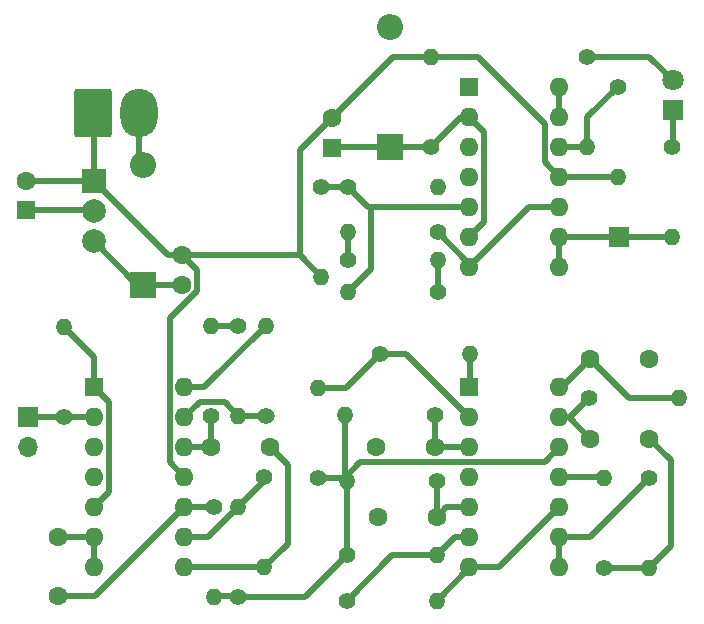
<source format=gtl>
%TF.GenerationSoftware,KiCad,Pcbnew,(6.0.4)*%
%TF.CreationDate,2022-04-22T20:46:49-07:00*%
%TF.ProjectId,beacondetector-v2,62656163-6f6e-4646-9574-6563746f722d,v2.0*%
%TF.SameCoordinates,Original*%
%TF.FileFunction,Copper,L1,Top*%
%TF.FilePolarity,Positive*%
%FSLAX46Y46*%
G04 Gerber Fmt 4.6, Leading zero omitted, Abs format (unit mm)*
G04 Created by KiCad (PCBNEW (6.0.4)) date 2022-04-22 20:46:49*
%MOMM*%
%LPD*%
G01*
G04 APERTURE LIST*
G04 Aperture macros list*
%AMRoundRect*
0 Rectangle with rounded corners*
0 $1 Rounding radius*
0 $2 $3 $4 $5 $6 $7 $8 $9 X,Y pos of 4 corners*
0 Add a 4 corners polygon primitive as box body*
4,1,4,$2,$3,$4,$5,$6,$7,$8,$9,$2,$3,0*
0 Add four circle primitives for the rounded corners*
1,1,$1+$1,$2,$3*
1,1,$1+$1,$4,$5*
1,1,$1+$1,$6,$7*
1,1,$1+$1,$8,$9*
0 Add four rect primitives between the rounded corners*
20,1,$1+$1,$2,$3,$4,$5,0*
20,1,$1+$1,$4,$5,$6,$7,0*
20,1,$1+$1,$6,$7,$8,$9,0*
20,1,$1+$1,$8,$9,$2,$3,0*%
G04 Aperture macros list end*
%TA.AperFunction,ComponentPad*%
%ADD10O,1.600000X1.600000*%
%TD*%
%TA.AperFunction,ComponentPad*%
%ADD11R,1.600000X1.600000*%
%TD*%
%TA.AperFunction,ComponentPad*%
%ADD12C,1.600000*%
%TD*%
%TA.AperFunction,ComponentPad*%
%ADD13O,1.400000X1.400000*%
%TD*%
%TA.AperFunction,ComponentPad*%
%ADD14C,1.400000*%
%TD*%
%TA.AperFunction,ComponentPad*%
%ADD15R,2.200000X2.200000*%
%TD*%
%TA.AperFunction,ComponentPad*%
%ADD16O,2.200000X2.200000*%
%TD*%
%TA.AperFunction,ComponentPad*%
%ADD17C,2.000000*%
%TD*%
%TA.AperFunction,ComponentPad*%
%ADD18R,2.000000X2.000000*%
%TD*%
%TA.AperFunction,ComponentPad*%
%ADD19R,1.700000X1.700000*%
%TD*%
%TA.AperFunction,ComponentPad*%
%ADD20O,1.700000X1.700000*%
%TD*%
%TA.AperFunction,ComponentPad*%
%ADD21C,1.800000*%
%TD*%
%TA.AperFunction,ComponentPad*%
%ADD22R,1.800000X1.800000*%
%TD*%
%TA.AperFunction,ComponentPad*%
%ADD23RoundRect,0.250000X-1.330000X-1.800000X1.330000X-1.800000X1.330000X1.800000X-1.330000X1.800000X0*%
%TD*%
%TA.AperFunction,ComponentPad*%
%ADD24O,3.160000X4.100000*%
%TD*%
%TA.AperFunction,Conductor*%
%ADD25C,0.508000*%
%TD*%
G04 APERTURE END LIST*
D10*
X163103400Y-81173400D03*
X163103400Y-83713400D03*
X163103400Y-86253400D03*
X163103400Y-88793400D03*
X163103400Y-91333400D03*
X163103400Y-93873400D03*
X163103400Y-96413400D03*
X155483400Y-96413400D03*
X155483400Y-93873400D03*
X155483400Y-91333400D03*
X155483400Y-88793400D03*
X155483400Y-86253400D03*
X155483400Y-83713400D03*
D11*
X155483400Y-81173400D03*
D12*
X170713400Y-110923400D03*
X165713400Y-110923400D03*
D13*
X166913400Y-114243400D03*
D14*
X166913400Y-121863400D03*
D13*
X152843400Y-95798400D03*
D14*
X145223400Y-95798400D03*
D15*
X127865607Y-97897010D03*
D16*
X127865607Y-87737010D03*
D17*
X123665600Y-94177000D03*
X123665600Y-91637000D03*
D18*
X123665600Y-89097000D03*
D14*
X145203400Y-89598400D03*
D13*
X152823400Y-89598400D03*
D14*
X135933400Y-124313400D03*
D13*
X135933400Y-116693400D03*
D14*
X135933400Y-101353400D03*
D13*
X135933400Y-108973400D03*
D11*
X143843400Y-86298400D03*
D12*
X143843400Y-83798400D03*
D14*
X133633400Y-108973400D03*
D13*
X133633400Y-101353400D03*
D14*
X145110200Y-120802400D03*
D13*
X152730200Y-120802400D03*
X142683400Y-106613400D03*
D14*
X142683400Y-114233400D03*
X152823400Y-93448400D03*
D13*
X145203400Y-93448400D03*
X155498800Y-103733600D03*
D14*
X147878800Y-103733600D03*
D12*
X138633400Y-111673400D03*
X133633400Y-111673400D03*
D13*
X165483400Y-86208400D03*
D14*
X165483400Y-78588400D03*
D12*
X117965600Y-89107000D03*
D11*
X117965600Y-91607000D03*
X155483400Y-106573400D03*
D10*
X155483400Y-109113400D03*
X155483400Y-111653400D03*
X155483400Y-114193400D03*
X155483400Y-116733400D03*
X155483400Y-119273400D03*
X155483400Y-121813400D03*
X163103400Y-121813400D03*
X163103400Y-119273400D03*
X163103400Y-116733400D03*
X163103400Y-114193400D03*
X163103400Y-111653400D03*
X163103400Y-109113400D03*
X163103400Y-106573400D03*
D14*
X152730200Y-114503200D03*
D13*
X145110200Y-114503200D03*
X145223400Y-98498400D03*
D14*
X152843400Y-98498400D03*
D13*
X172669200Y-93878400D03*
D14*
X172669200Y-86258400D03*
X165633400Y-107463400D03*
D13*
X173253400Y-107463400D03*
D12*
X147583400Y-111623400D03*
X152583400Y-111623400D03*
D19*
X118133393Y-109073391D03*
D20*
X118133393Y-111613391D03*
D14*
X133833400Y-116713400D03*
D13*
X133833400Y-124333400D03*
D12*
X120633400Y-124273400D03*
X120633400Y-119273400D03*
D13*
X152730200Y-124663200D03*
D14*
X145110200Y-124663200D03*
D11*
X123733400Y-106573400D03*
D10*
X123733400Y-109113400D03*
X123733400Y-111653400D03*
X123733400Y-114193400D03*
X123733400Y-116733400D03*
X123733400Y-119273400D03*
X123733400Y-121813400D03*
X131353400Y-121813400D03*
X131353400Y-119273400D03*
X131353400Y-116733400D03*
X131353400Y-114193400D03*
X131353400Y-111653400D03*
X131353400Y-109113400D03*
X131353400Y-106573400D03*
D13*
X152243400Y-78628400D03*
D14*
X152243400Y-86248400D03*
D12*
X131165600Y-95397000D03*
X131165600Y-97897000D03*
D14*
X121133400Y-109073400D03*
D13*
X121133400Y-101453400D03*
D21*
X172694600Y-80594200D03*
D22*
X172694600Y-83134200D03*
D14*
X142943400Y-89598400D03*
D13*
X142943400Y-97218400D03*
D12*
X147730200Y-117551200D03*
X152730200Y-117551200D03*
D14*
X138133400Y-114193400D03*
D13*
X138133400Y-121813400D03*
D12*
X170713400Y-104163400D03*
X165713400Y-104163400D03*
D23*
X123585600Y-83352000D03*
D24*
X127545600Y-83352000D03*
D13*
X138233400Y-101353400D03*
D14*
X138233400Y-108973400D03*
X152593400Y-108923400D03*
D13*
X144973400Y-108923400D03*
D14*
X168043400Y-81178400D03*
D13*
X168043400Y-88798400D03*
D14*
X170713400Y-114243400D03*
D13*
X170713400Y-121863400D03*
D16*
X148743400Y-76108400D03*
D15*
X148743400Y-86268400D03*
D19*
X168143400Y-93898400D03*
D25*
X152730200Y-120802400D02*
X148971000Y-120802400D01*
X148971000Y-120802400D02*
X145110200Y-124663200D01*
X155483400Y-121813400D02*
X155483400Y-121910000D01*
X155483400Y-121910000D02*
X152730200Y-124663200D01*
X170713400Y-110923400D02*
X172542200Y-112752200D01*
X172542200Y-112752200D02*
X172542200Y-120034600D01*
X172542200Y-120034600D02*
X170713400Y-121863400D01*
X155483400Y-116733400D02*
X153548000Y-116733400D01*
X153548000Y-116733400D02*
X152730200Y-117551200D01*
X152730200Y-114503200D02*
X152730200Y-117551200D01*
X145110200Y-120802400D02*
X141599200Y-124313400D01*
X141599200Y-124313400D02*
X135933400Y-124313400D01*
X145110200Y-120802400D02*
X145110200Y-114503200D01*
X155483400Y-119273400D02*
X154259200Y-119273400D01*
X154259200Y-119273400D02*
X152730200Y-120802400D01*
X147878800Y-103733600D02*
X144999000Y-106613400D01*
X144999000Y-106613400D02*
X142683400Y-106613400D01*
X147878800Y-103733600D02*
X150103600Y-103733600D01*
X150103600Y-103733600D02*
X155483400Y-109113400D01*
X155498800Y-103733600D02*
X155498800Y-106558000D01*
X155498800Y-106558000D02*
X155483400Y-106573400D01*
X172669200Y-93878400D02*
X168163400Y-93878400D01*
X168163400Y-93878400D02*
X168143400Y-93898400D01*
X172694600Y-83134200D02*
X172694600Y-86233000D01*
X172694600Y-86233000D02*
X172669200Y-86258400D01*
X165483400Y-78588400D02*
X170688800Y-78588400D01*
X170688800Y-78588400D02*
X172694600Y-80594200D01*
X131353400Y-114193400D02*
X130099889Y-112939889D01*
X130099889Y-100735444D02*
X132419111Y-98416222D01*
X130099889Y-112939889D02*
X130099889Y-100735444D01*
X132419111Y-98416222D02*
X132419111Y-96650511D01*
X132419111Y-96650511D02*
X131165600Y-95397000D01*
X152243400Y-78628400D02*
X156212689Y-78628400D01*
X156212689Y-78628400D02*
X161849889Y-84265600D01*
X161849889Y-84265600D02*
X161849889Y-87539889D01*
X161849889Y-87539889D02*
X163103400Y-88793400D01*
X131165600Y-95397000D02*
X141122000Y-95397000D01*
X141122000Y-95397000D02*
X141143400Y-95418400D01*
X163103400Y-91333400D02*
X160563400Y-91333400D01*
X160563400Y-91333400D02*
X155483400Y-96413400D01*
X163103400Y-111653400D02*
X161849889Y-112906911D01*
X161849889Y-112906911D02*
X146249889Y-112906911D01*
X146249889Y-112906911D02*
X144933400Y-114223400D01*
X144933400Y-114223400D02*
X142693400Y-114223400D01*
X142693400Y-114223400D02*
X142683400Y-114233400D01*
X152843400Y-95798400D02*
X152843400Y-98498400D01*
X155483400Y-96413400D02*
X155483400Y-96108400D01*
X155483400Y-96108400D02*
X152823400Y-93448400D01*
X142943400Y-89598400D02*
X145203400Y-89598400D01*
X143843400Y-83798400D02*
X141143400Y-86498400D01*
X141143400Y-86498400D02*
X141143400Y-95418400D01*
X141143400Y-95418400D02*
X142943400Y-97218400D01*
X145203400Y-93448400D02*
X145203400Y-95778400D01*
X145203400Y-95778400D02*
X145223400Y-95798400D01*
X147178400Y-91333400D02*
X146938400Y-91333400D01*
X155483400Y-91333400D02*
X147178400Y-91333400D01*
X147178400Y-91333400D02*
X147178400Y-96543400D01*
X147178400Y-96543400D02*
X145223400Y-98498400D01*
X146938400Y-91333400D02*
X145203400Y-89598400D01*
X155483400Y-83713400D02*
X156736911Y-84966911D01*
X156736911Y-84966911D02*
X156736911Y-92619889D01*
X156736911Y-92619889D02*
X155483400Y-93873400D01*
X120633400Y-124273400D02*
X123813400Y-124273400D01*
X123813400Y-124273400D02*
X131353400Y-116733400D01*
X131353400Y-109113400D02*
X132646911Y-107819889D01*
X132646911Y-107819889D02*
X134779889Y-107819889D01*
X134779889Y-107819889D02*
X135933400Y-108973400D01*
X138133400Y-114193400D02*
X138133400Y-114493400D01*
X138133400Y-114493400D02*
X135933400Y-116693400D01*
X131353400Y-119273400D02*
X133353400Y-119273400D01*
X133353400Y-119273400D02*
X135933400Y-116693400D01*
X133833400Y-116713400D02*
X131373400Y-116713400D01*
X131373400Y-116713400D02*
X131353400Y-116733400D01*
X131353400Y-106573400D02*
X133013400Y-106573400D01*
X133013400Y-106573400D02*
X138233400Y-101353400D01*
X135933400Y-101353400D02*
X133633400Y-101353400D01*
X135933400Y-108973400D02*
X138793400Y-108973400D01*
X133633400Y-108973400D02*
X133633400Y-111673400D01*
X131353400Y-111653400D02*
X133613400Y-111653400D01*
X133613400Y-111653400D02*
X133633400Y-111673400D01*
X138633400Y-111673400D02*
X140133400Y-113173400D01*
X140133400Y-113173400D02*
X140133400Y-119813400D01*
X140133400Y-119813400D02*
X138133400Y-121813400D01*
X131353400Y-121813400D02*
X138133400Y-121813400D01*
X135933400Y-124273400D02*
X133853400Y-124273400D01*
X133853400Y-124273400D02*
X133833400Y-124293400D01*
X155483400Y-121813400D02*
X158023400Y-121813400D01*
X158023400Y-121813400D02*
X163103400Y-116733400D01*
X144973400Y-108923400D02*
X144973400Y-114183400D01*
X144973400Y-114183400D02*
X144933400Y-114223400D01*
X155483400Y-111653400D02*
X152613400Y-111653400D01*
X152613400Y-111653400D02*
X152583400Y-111623400D01*
X152593400Y-108923400D02*
X152593400Y-111613400D01*
X152593400Y-111613400D02*
X152583400Y-111623400D01*
X163103400Y-109113400D02*
X163983400Y-109113400D01*
X163983400Y-109113400D02*
X165633400Y-107463400D01*
X163103400Y-109113400D02*
X163903400Y-109113400D01*
X163903400Y-109113400D02*
X165713400Y-110923400D01*
X163103400Y-119273400D02*
X163103400Y-121813400D01*
X170713400Y-114243400D02*
X165683400Y-119273400D01*
X165683400Y-119273400D02*
X163103400Y-119273400D01*
X166913400Y-121863400D02*
X170713400Y-121863400D01*
X163103400Y-114193400D02*
X166863400Y-114193400D01*
X166863400Y-114193400D02*
X166913400Y-114243400D01*
X173253400Y-107463400D02*
X169013400Y-107463400D01*
X169013400Y-107463400D02*
X165713400Y-104163400D01*
X163103400Y-106573400D02*
X163303400Y-106573400D01*
X163303400Y-106573400D02*
X165713400Y-104163400D01*
X168143400Y-93898400D02*
X163128400Y-93898400D01*
X163128400Y-93898400D02*
X163103400Y-93873400D01*
X163103400Y-93873400D02*
X163103400Y-96413400D01*
X168043400Y-88798400D02*
X163108400Y-88798400D01*
X163108400Y-88798400D02*
X163103400Y-88793400D01*
X168043400Y-81178400D02*
X165483400Y-83738400D01*
X165483400Y-83738400D02*
X165483400Y-86208400D01*
X163103400Y-86253400D02*
X165438400Y-86253400D01*
X165438400Y-86253400D02*
X165483400Y-86208400D01*
X163103400Y-81173400D02*
X163103400Y-83713400D01*
X155483400Y-83713400D02*
X154778400Y-83713400D01*
X154778400Y-83713400D02*
X152243400Y-86248400D01*
X148743400Y-86268400D02*
X152223400Y-86268400D01*
X152223400Y-86268400D02*
X152243400Y-86248400D01*
X148743400Y-86268400D02*
X143873400Y-86268400D01*
X143873400Y-86268400D02*
X143843400Y-86298400D01*
X152243400Y-78628400D02*
X149013400Y-78628400D01*
X149013400Y-78628400D02*
X143843400Y-83798400D01*
X123733400Y-106573400D02*
X124986911Y-107826911D01*
X124986911Y-107826911D02*
X124986911Y-115479889D01*
X124986911Y-115479889D02*
X123733400Y-116733400D01*
X123733400Y-121813400D02*
X123733400Y-119273400D01*
X123733400Y-119273400D02*
X120633400Y-119273400D01*
X123733400Y-106573400D02*
X123733400Y-104053400D01*
X123733400Y-104053400D02*
X121133400Y-101453400D01*
X123733400Y-109113400D02*
X121173400Y-109113400D01*
X121173400Y-109113400D02*
X121133400Y-109073400D01*
X118133400Y-109073400D02*
X121133400Y-109073400D01*
X131165600Y-95397000D02*
X129965600Y-95397000D01*
X129965600Y-95397000D02*
X123665600Y-89097000D01*
X131165600Y-97897000D02*
X127865600Y-97897000D01*
X123665600Y-94177000D02*
X127385600Y-97897000D01*
X127385600Y-97897000D02*
X127865600Y-97897000D01*
X117965600Y-91607000D02*
X123635600Y-91607000D01*
X123635600Y-91607000D02*
X123665600Y-91637000D01*
X123665600Y-89097000D02*
X117975600Y-89097000D01*
X117975600Y-89097000D02*
X117965600Y-89107000D01*
X123585600Y-83352000D02*
X123665600Y-83432000D01*
X123665600Y-83432000D02*
X123665600Y-89097000D01*
X127545600Y-83352000D02*
X127545600Y-87417000D01*
X127545600Y-87417000D02*
X127865600Y-87737000D01*
M02*

</source>
